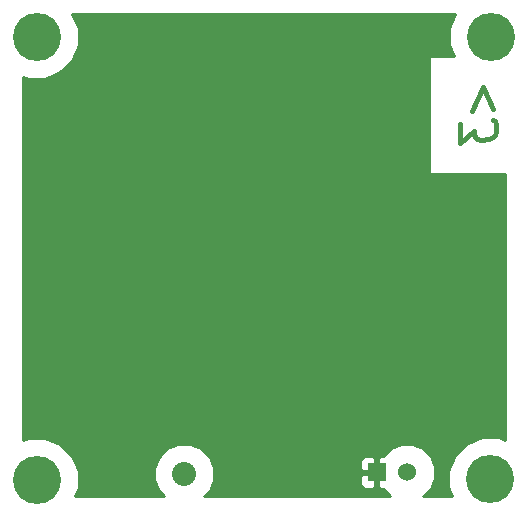
<source format=gbl>
G04 (created by PCBNEW-RS274X (2011-aug-04)-testing) date Mon 20 Feb 2012 12:13:38 AM EST*
G01*
G70*
G90*
%MOIN*%
G04 Gerber Fmt 3.4, Leading zero omitted, Abs format*
%FSLAX34Y34*%
G04 APERTURE LIST*
%ADD10C,0.006000*%
%ADD11C,0.017000*%
%ADD12R,0.060000X0.060000*%
%ADD13C,0.060000*%
%ADD14C,0.080000*%
%ADD15C,0.160000*%
%ADD16C,0.035000*%
%ADD17C,0.010000*%
G04 APERTURE END LIST*
G54D10*
G54D11*
X15686Y13543D02*
X16029Y14348D01*
X16371Y13628D01*
X15286Y13112D02*
X15286Y12493D01*
X15743Y12883D01*
X15743Y12741D01*
X15800Y12652D01*
X15857Y12612D01*
X15971Y12578D01*
X16257Y12614D01*
X16371Y12676D01*
X16429Y12731D01*
X16486Y12834D01*
X16486Y13119D01*
X16429Y13208D01*
X16371Y13247D01*
G54D12*
X12500Y01500D03*
G54D13*
X13500Y01500D03*
G54D14*
X06083Y01453D03*
G54D15*
X01162Y16020D03*
X16319Y16020D03*
X16280Y01274D03*
X01162Y01256D03*
G54D16*
X03000Y12000D03*
X03000Y11000D03*
X03000Y10000D03*
X14000Y08500D03*
X14000Y09500D03*
X14000Y10500D03*
G54D10*
G36*
X16790Y02578D02*
X16560Y02673D01*
X16003Y02674D01*
X15488Y02461D01*
X15094Y02068D01*
X14881Y01554D01*
X14880Y00997D01*
X14998Y00710D01*
X14053Y00710D01*
X14305Y00961D01*
X14450Y01310D01*
X14450Y01688D01*
X14306Y02037D01*
X14039Y02305D01*
X13690Y02450D01*
X13312Y02450D01*
X12963Y02306D01*
X12705Y02050D01*
X12612Y02050D01*
X12550Y01988D01*
X12550Y01690D01*
X12550Y01600D01*
X12550Y01550D01*
X12550Y01450D01*
X12550Y01400D01*
X12550Y01312D01*
X12550Y01012D01*
X12612Y00950D01*
X12706Y00951D01*
X12946Y00710D01*
X12450Y00710D01*
X12450Y01012D01*
X12450Y01450D01*
X12450Y01550D01*
X12450Y01988D01*
X12388Y02050D01*
X12151Y02049D01*
X12059Y02011D01*
X11989Y01941D01*
X11951Y01850D01*
X11951Y01751D01*
X11950Y01612D01*
X12012Y01550D01*
X12450Y01550D01*
X12450Y01450D01*
X12012Y01450D01*
X11950Y01388D01*
X11951Y01249D01*
X11951Y01150D01*
X11989Y01059D01*
X12059Y00989D01*
X12151Y00951D01*
X12388Y00950D01*
X12450Y01012D01*
X12450Y00710D01*
X06759Y00710D01*
X06934Y00884D01*
X07087Y01253D01*
X07087Y01652D01*
X06934Y02021D01*
X06652Y02304D01*
X06283Y02457D01*
X05884Y02457D01*
X05515Y02304D01*
X05232Y02022D01*
X05079Y01653D01*
X05079Y01254D01*
X05232Y00885D01*
X05406Y00710D01*
X02450Y00710D01*
X02561Y00976D01*
X02562Y01533D01*
X02349Y02048D01*
X01956Y02442D01*
X01442Y02655D01*
X00885Y02656D01*
X00710Y02584D01*
X00710Y14693D01*
X00882Y14621D01*
X01439Y14620D01*
X01954Y14833D01*
X02348Y15226D01*
X02561Y15740D01*
X02562Y16297D01*
X02358Y16790D01*
X15123Y16790D01*
X14920Y16300D01*
X14919Y15743D01*
X15063Y15393D01*
X14255Y15393D01*
X14255Y11438D01*
X16790Y11438D01*
X16790Y02578D01*
X16790Y02578D01*
G37*
G54D17*
X16790Y02578D02*
X16560Y02673D01*
X16003Y02674D01*
X15488Y02461D01*
X15094Y02068D01*
X14881Y01554D01*
X14880Y00997D01*
X14998Y00710D01*
X14053Y00710D01*
X14305Y00961D01*
X14450Y01310D01*
X14450Y01688D01*
X14306Y02037D01*
X14039Y02305D01*
X13690Y02450D01*
X13312Y02450D01*
X12963Y02306D01*
X12705Y02050D01*
X12612Y02050D01*
X12550Y01988D01*
X12550Y01690D01*
X12550Y01600D01*
X12550Y01550D01*
X12550Y01450D01*
X12550Y01400D01*
X12550Y01312D01*
X12550Y01012D01*
X12612Y00950D01*
X12706Y00951D01*
X12946Y00710D01*
X12450Y00710D01*
X12450Y01012D01*
X12450Y01450D01*
X12450Y01550D01*
X12450Y01988D01*
X12388Y02050D01*
X12151Y02049D01*
X12059Y02011D01*
X11989Y01941D01*
X11951Y01850D01*
X11951Y01751D01*
X11950Y01612D01*
X12012Y01550D01*
X12450Y01550D01*
X12450Y01450D01*
X12012Y01450D01*
X11950Y01388D01*
X11951Y01249D01*
X11951Y01150D01*
X11989Y01059D01*
X12059Y00989D01*
X12151Y00951D01*
X12388Y00950D01*
X12450Y01012D01*
X12450Y00710D01*
X06759Y00710D01*
X06934Y00884D01*
X07087Y01253D01*
X07087Y01652D01*
X06934Y02021D01*
X06652Y02304D01*
X06283Y02457D01*
X05884Y02457D01*
X05515Y02304D01*
X05232Y02022D01*
X05079Y01653D01*
X05079Y01254D01*
X05232Y00885D01*
X05406Y00710D01*
X02450Y00710D01*
X02561Y00976D01*
X02562Y01533D01*
X02349Y02048D01*
X01956Y02442D01*
X01442Y02655D01*
X00885Y02656D01*
X00710Y02584D01*
X00710Y14693D01*
X00882Y14621D01*
X01439Y14620D01*
X01954Y14833D01*
X02348Y15226D01*
X02561Y15740D01*
X02562Y16297D01*
X02358Y16790D01*
X15123Y16790D01*
X14920Y16300D01*
X14919Y15743D01*
X15063Y15393D01*
X14255Y15393D01*
X14255Y11438D01*
X16790Y11438D01*
X16790Y02578D01*
M02*

</source>
